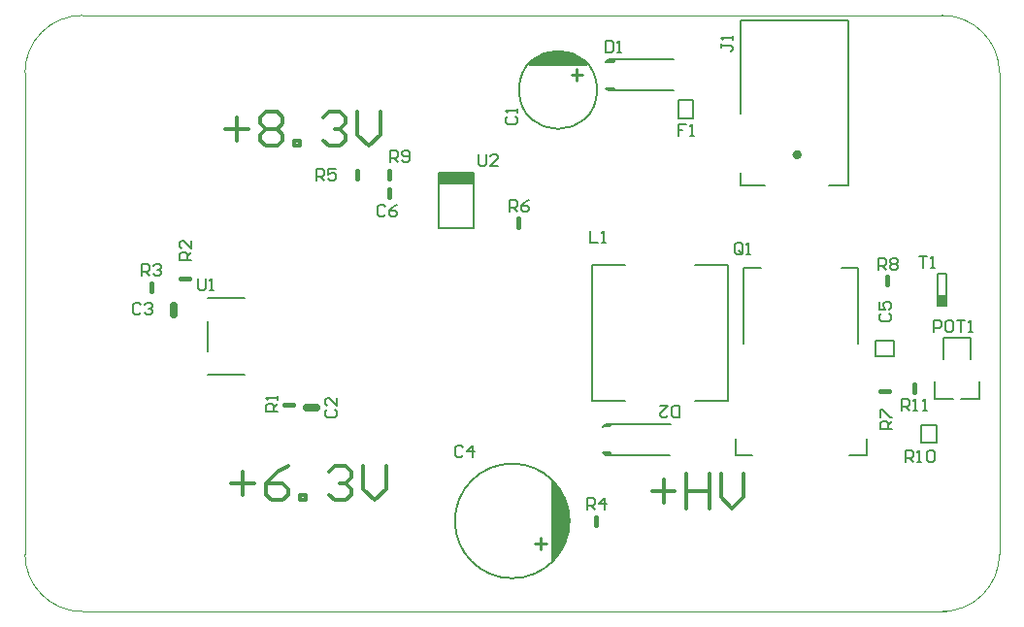
<source format=gto>
G04*
G04 #@! TF.GenerationSoftware,Altium Limited,Altium Designer,23.9.2 (47)*
G04*
G04 Layer_Color=65535*
%FSAX44Y44*%
%MOMM*%
G71*
G04*
G04 #@! TF.SameCoordinates,CA360F41-C6A4-41FF-A6D1-DAC2DD7E16B6*
G04*
G04*
G04 #@! TF.FilePolarity,Positive*
G04*
G01*
G75*
%ADD10C,0.2000*%
%ADD11C,0.4000*%
%ADD12C,0.7000*%
%ADD13C,0.2540*%
%ADD14C,0.3000*%
%ADD15C,0.2032*%
%ADD16R,0.6554X0.1750*%
%ADD17R,0.7750X0.1500*%
%ADD18R,0.7750X0.1000*%
%ADD19R,0.1500X7.1352*%
%ADD20R,0.1500X6.9232*%
%ADD21R,0.1500X6.7674*%
%ADD22R,0.1500X3.2927*%
%ADD23R,0.1500X1.6754*%
%ADD24R,0.1500X2.0696*%
%ADD25R,0.1500X2.4238*%
%ADD26R,0.1500X2.6639*%
%ADD27R,0.1500X3.3042*%
%ADD28R,0.1500X4.0742*%
%ADD29R,0.1500X4.5018*%
%ADD30R,0.1500X4.8430*%
%ADD31R,0.1500X5.1238*%
%ADD32R,0.1500X5.3870*%
%ADD33R,0.1500X4.6198*%
%ADD34R,0.2236X5.7413*%
%ADD35R,0.1500X5.2447*%
%ADD36R,0.1500X6.2235*%
%ADD37R,0.1500X6.5312*%
%ADD38R,5.1000X0.1500*%
%ADD39R,5.0250X0.1500*%
%ADD40R,4.7000X0.1500*%
%ADD41R,4.6548X0.1500*%
%ADD42R,4.1779X0.1500*%
%ADD43R,4.3884X0.1500*%
%ADD44R,4.1801X0.1500*%
%ADD45R,3.9532X0.1500*%
%ADD46R,3.5138X0.1500*%
%ADD47R,3.3251X0.1500*%
%ADD48R,3.1284X0.1500*%
%ADD49R,2.8923X0.1500*%
%ADD50R,2.6639X0.1500*%
%ADD51R,2.4238X0.1500*%
%ADD52R,2.0696X0.1500*%
%ADD53R,1.6754X0.1500*%
%ADD54C,0.1000*%
G36*
X01660500Y02182350D02*
X01691500D01*
Y02172350D01*
X01660500D01*
Y02182350D01*
D02*
G37*
G36*
X02103500Y02067000D02*
X02096500D01*
Y02076000D01*
X02103500D01*
Y02067000D01*
D02*
G37*
D10*
X01775000Y01879000D02*
G03*
X01775000Y01879000I-00050000J00000000D01*
G01*
X01799000Y02255000D02*
G03*
X01799000Y02255000I-00034000J00000000D01*
G01*
X01803750Y01961250D02*
X01806142Y01963631D01*
X01811000Y01963620D01*
X01803750Y01938750D02*
X01806142Y01936369D01*
X01811000Y01936380D01*
X01862500Y01936500D01*
X01811000Y01963620D02*
X01863000D01*
X01459500Y02027250D02*
Y02052750D01*
Y02006750D02*
X01491500D01*
X01459500Y02073250D02*
X01491500D01*
X02027000Y02033750D02*
Y02099809D01*
X02012250D02*
X02027000D01*
X01927000D02*
X01941750D01*
X01927000Y02033750D02*
Y02099809D01*
X02019250Y01936250D02*
X02034000D01*
Y01951000D01*
X01920000Y01936250D02*
X01934750D01*
X01920000D02*
Y01951000D01*
X01794500Y01983500D02*
Y02102500D01*
X01913500Y01983500D02*
Y02102500D01*
X01884500D02*
X01913500D01*
X01884500Y01983500D02*
X01913500D01*
X01794500D02*
X01823500D01*
X01794500Y02102500D02*
X01823500D01*
X01660500Y02182350D02*
X01691500D01*
X01660500Y02134350D02*
X01691500D01*
Y02182350D01*
X01660500Y02134350D02*
Y02182350D01*
X02042250Y02023000D02*
Y02036000D01*
X02058000Y02023000D02*
Y02036000D01*
X02042250Y02023000D02*
X02058000D01*
X02042250Y02036000D02*
X02058000D01*
X02095000Y01947000D02*
Y01962750D01*
X02082000Y01947000D02*
Y01962750D01*
Y01947000D02*
X02095000D01*
X02082000Y01962750D02*
X02095000D01*
X02093500Y01985500D02*
X02109250D01*
X02093500D02*
Y02001000D01*
X02116750Y01985500D02*
X02132500D01*
Y02001000D01*
X02101496Y02038501D02*
X02124503D01*
X02101496Y02020000D02*
Y02038501D01*
X02124503Y02020000D02*
Y02038501D01*
X02103500Y02067000D02*
Y02095000D01*
X02096500Y02067000D02*
Y02095000D01*
X02103500D01*
X02096500Y02067000D02*
X02103500D01*
X01882750Y02230500D02*
Y02246250D01*
X01869750Y02230500D02*
Y02246250D01*
Y02230500D02*
X01882750D01*
X01869750Y02246250D02*
X01882750D01*
X01806750Y02279250D02*
X01809142Y02281631D01*
X01814000Y02281620D01*
X01806750Y02256750D02*
X01809142Y02254369D01*
X01814000Y02254380D01*
X01865500Y02254500D01*
X01814000Y02281620D02*
X01866000D01*
X01924500Y02315500D02*
X02018500D01*
Y02171500D02*
Y02315500D01*
X01924500Y02171500D02*
Y02182500D01*
X02001000Y02171500D02*
X02018500D01*
X01924500Y02234500D02*
Y02315500D01*
Y02171500D02*
X01945250D01*
D11*
X01975500Y02198500D02*
G03*
X01975500Y02198500I-00002000J00000000D01*
G01*
X01436000Y02090000D02*
X01443000D01*
X01410000Y02079000D02*
Y02086000D01*
X01526500Y01980000D02*
X01533500D01*
X01798000Y01875500D02*
Y01882500D01*
X01730500Y02135500D02*
Y02142500D01*
X01617500Y02177500D02*
Y02184500D01*
Y02161500D02*
Y02168500D01*
X01589500Y02177500D02*
Y02184500D01*
X02046500Y01992500D02*
X02053500D01*
X02075500Y01991500D02*
Y01998500D01*
X02052000Y02085500D02*
Y02092500D01*
D12*
X01430000Y02058850D02*
Y02066850D01*
X01546000Y01978000D02*
X01554000D01*
D13*
X01750000Y01854000D02*
Y01864000D01*
X01745000Y01859000D02*
X01755000D01*
X01776500Y02268000D02*
X01786500D01*
X01781500Y02263000D02*
Y02273000D01*
D14*
X01475000Y02220995D02*
X01494993D01*
X01484997Y02230992D02*
Y02210998D01*
X01504990Y02230992D02*
X01509989Y02235990D01*
X01519985D01*
X01524984Y02230992D01*
Y02225993D01*
X01519985Y02220995D01*
X01524984Y02215997D01*
Y02210998D01*
X01519985Y02206000D01*
X01509989D01*
X01504990Y02210998D01*
Y02215997D01*
X01509989Y02220995D01*
X01504990Y02225993D01*
Y02230992D01*
X01509989Y02220995D02*
X01519985D01*
X01534981Y02206000D02*
Y02210998D01*
X01539979D01*
Y02206000D01*
X01534981D01*
X01559973Y02230992D02*
X01564971Y02235990D01*
X01574968D01*
X01579966Y02230992D01*
Y02225993D01*
X01574968Y02220995D01*
X01569969D01*
X01574968D01*
X01579966Y02215997D01*
Y02210998D01*
X01574968Y02206000D01*
X01564971D01*
X01559973Y02210998D01*
X01589963Y02235990D02*
Y02215997D01*
X01599960Y02206000D01*
X01609956Y02215997D01*
Y02235990D01*
X01847000Y01904995D02*
X01866994D01*
X01856997Y01914992D02*
Y01894998D01*
X01876990Y01919990D02*
Y01890000D01*
Y01904995D01*
X01896984D01*
Y01919990D01*
Y01890000D01*
X01906981Y01919990D02*
Y01899997D01*
X01916977Y01890000D01*
X01926974Y01899997D01*
Y01919990D01*
X01480000Y01911995D02*
X01499993D01*
X01489997Y01921992D02*
Y01901998D01*
X01529984Y01926990D02*
X01519987Y01921992D01*
X01509990Y01911995D01*
Y01901998D01*
X01514989Y01897000D01*
X01524985D01*
X01529984Y01901998D01*
Y01906997D01*
X01524985Y01911995D01*
X01509990D01*
X01539981Y01897000D02*
Y01901998D01*
X01544979D01*
Y01897000D01*
X01539981D01*
X01564973Y01921992D02*
X01569971Y01926990D01*
X01579968D01*
X01584966Y01921992D01*
Y01916994D01*
X01579968Y01911995D01*
X01574969D01*
X01579968D01*
X01584966Y01906997D01*
Y01901998D01*
X01579968Y01897000D01*
X01569971D01*
X01564973Y01901998D01*
X01594963Y01926990D02*
Y01906997D01*
X01604960Y01897000D01*
X01614956Y01906997D01*
Y01926990D01*
D15*
X01563614Y01976307D02*
X01561922Y01974614D01*
Y01971229D01*
X01563614Y01969536D01*
X01570386D01*
X01572078Y01971229D01*
Y01974614D01*
X01570386Y01976307D01*
X01572078Y01986464D02*
Y01979693D01*
X01565307Y01986464D01*
X01563614D01*
X01561922Y01984771D01*
Y01981386D01*
X01563614Y01979693D01*
X01695536Y02199078D02*
Y02190614D01*
X01697229Y02188922D01*
X01700614D01*
X01702307Y02190614D01*
Y02199078D01*
X01712464Y02188922D02*
X01705693D01*
X01712464Y02195693D01*
Y02197386D01*
X01710771Y02199078D01*
X01707386D01*
X01705693Y02197386D01*
X01451229Y02090078D02*
Y02081614D01*
X01452922Y02079922D01*
X01456307D01*
X01458000Y02081614D01*
Y02090078D01*
X01461386Y02079922D02*
X01464771D01*
X01463078D01*
Y02090078D01*
X01461386Y02088386D01*
X02080229Y02110078D02*
X02087000D01*
X02083614D01*
Y02099922D01*
X02090386D02*
X02093771D01*
X02092078D01*
Y02110078D01*
X02090386Y02108386D01*
X02064747Y01975172D02*
Y01985328D01*
X02069825D01*
X02071518Y01983636D01*
Y01980250D01*
X02069825Y01978557D01*
X02064747D01*
X02068132D02*
X02071518Y01975172D01*
X02074904D02*
X02078289D01*
X02076596D01*
Y01985328D01*
X02074904Y01983636D01*
X02083368Y01975172D02*
X02086753D01*
X02085060D01*
Y01985328D01*
X02083368Y01983636D01*
X02068054Y01930672D02*
Y01940828D01*
X02073132D01*
X02074825Y01939136D01*
Y01935750D01*
X02073132Y01934057D01*
X02068054D01*
X02071440D02*
X02074825Y01930672D01*
X02078211D02*
X02081596D01*
X02079904D01*
Y01940828D01*
X02078211Y01939136D01*
X02086675D02*
X02088368Y01940828D01*
X02091753D01*
X02093446Y01939136D01*
Y01932364D01*
X02091753Y01930672D01*
X02088368D01*
X02086675Y01932364D01*
Y01939136D01*
X01618536Y02191922D02*
Y02202078D01*
X01623614D01*
X01625307Y02200386D01*
Y02197000D01*
X01623614Y02195307D01*
X01618536D01*
X01621922D02*
X01625307Y02191922D01*
X01628693Y02193614D02*
X01630386Y02191922D01*
X01633771D01*
X01635464Y02193614D01*
Y02200386D01*
X01633771Y02202078D01*
X01630386D01*
X01628693Y02200386D01*
Y02198693D01*
X01630386Y02197000D01*
X01635464D01*
X02044536Y02097922D02*
Y02108078D01*
X02049614D01*
X02051307Y02106386D01*
Y02103000D01*
X02049614Y02101307D01*
X02044536D01*
X02047922D02*
X02051307Y02097922D01*
X02054693Y02106386D02*
X02056386Y02108078D01*
X02059771D01*
X02061464Y02106386D01*
Y02104693D01*
X02059771Y02103000D01*
X02061464Y02101307D01*
Y02099614D01*
X02059771Y02097922D01*
X02056386D01*
X02054693Y02099614D01*
Y02101307D01*
X02056386Y02103000D01*
X02054693Y02104693D01*
Y02106386D01*
X02056386Y02103000D02*
X02059771D01*
X02056078Y01959536D02*
X02045922D01*
Y01964614D01*
X02047614Y01966307D01*
X02051000D01*
X02052693Y01964614D01*
Y01959536D01*
Y01962922D02*
X02056078Y01966307D01*
X02045922Y01969693D02*
Y01976464D01*
X02047614D01*
X02054386Y01969693D01*
X02056078D01*
X01722536Y02148922D02*
Y02159078D01*
X01727614D01*
X01729307Y02157386D01*
Y02154000D01*
X01727614Y02152307D01*
X01722536D01*
X01725922D02*
X01729307Y02148922D01*
X01739464Y02159078D02*
X01736078Y02157386D01*
X01732693Y02154000D01*
Y02150614D01*
X01734386Y02148922D01*
X01737771D01*
X01739464Y02150614D01*
Y02152307D01*
X01737771Y02154000D01*
X01732693D01*
X01554536Y02175922D02*
Y02186078D01*
X01559614D01*
X01561307Y02184386D01*
Y02181000D01*
X01559614Y02179307D01*
X01554536D01*
X01557922D02*
X01561307Y02175922D01*
X01571464Y02186078D02*
X01564693D01*
Y02181000D01*
X01568078Y02182693D01*
X01569771D01*
X01571464Y02181000D01*
Y02177614D01*
X01569771Y02175922D01*
X01566386D01*
X01564693Y02177614D01*
X01790536Y01888922D02*
Y01899078D01*
X01795614D01*
X01797307Y01897386D01*
Y01894000D01*
X01795614Y01892307D01*
X01790536D01*
X01793922D02*
X01797307Y01888922D01*
X01805771D02*
Y01899078D01*
X01800693Y01894000D01*
X01807464D01*
X01401536Y02092922D02*
Y02103078D01*
X01406614D01*
X01408307Y02101386D01*
Y02098000D01*
X01406614Y02096307D01*
X01401536D01*
X01404922D02*
X01408307Y02092922D01*
X01411693Y02101386D02*
X01413386Y02103078D01*
X01416771D01*
X01418464Y02101386D01*
Y02099693D01*
X01416771Y02098000D01*
X01415078D01*
X01416771D01*
X01418464Y02096307D01*
Y02094614D01*
X01416771Y02092922D01*
X01413386D01*
X01411693Y02094614D01*
X01445078Y02106536D02*
X01434922D01*
Y02111614D01*
X01436614Y02113307D01*
X01440000D01*
X01441693Y02111614D01*
Y02106536D01*
Y02109922D02*
X01445078Y02113307D01*
Y02123464D02*
Y02116693D01*
X01438307Y02123464D01*
X01436614D01*
X01434922Y02121771D01*
Y02118386D01*
X01436614Y02116693D01*
X01520078Y01974229D02*
X01509922D01*
Y01979307D01*
X01511614Y01981000D01*
X01515000D01*
X01516693Y01979307D01*
Y01974229D01*
Y01977614D02*
X01520078Y01981000D01*
Y01984386D02*
Y01987771D01*
Y01986078D01*
X01509922D01*
X01511614Y01984386D01*
X01926000Y02113614D02*
Y02120386D01*
X01924307Y02122078D01*
X01920922D01*
X01919229Y02120386D01*
Y02113614D01*
X01920922Y02111922D01*
X01924307D01*
X01922614Y02115307D02*
X01926000Y02111922D01*
X01924307D02*
X01926000Y02113614D01*
X01929386Y02111922D02*
X01932771D01*
X01931078D01*
Y02122078D01*
X01929386Y02120386D01*
X02093072Y02043922D02*
Y02054078D01*
X02098150D01*
X02099843Y02052386D01*
Y02049000D01*
X02098150Y02047307D01*
X02093072D01*
X02108307Y02054078D02*
X02104922D01*
X02103229Y02052386D01*
Y02045614D01*
X02104922Y02043922D01*
X02108307D01*
X02110000Y02045614D01*
Y02052386D01*
X02108307Y02054078D01*
X02113386D02*
X02120157D01*
X02116771D01*
Y02043922D01*
X02123542D02*
X02126928D01*
X02125235D01*
Y02054078D01*
X02123542Y02052386D01*
X01793229Y02132078D02*
Y02121922D01*
X01800000D01*
X01803386D02*
X01806771D01*
X01805078D01*
Y02132078D01*
X01803386Y02130386D01*
X01906922Y02295000D02*
Y02291614D01*
Y02293307D01*
X01915386D01*
X01917078Y02291614D01*
Y02289922D01*
X01915386Y02288229D01*
X01917078Y02298386D02*
Y02301771D01*
Y02300078D01*
X01906922D01*
X01908614Y02298386D01*
X01877000Y02225078D02*
X01870229D01*
Y02220000D01*
X01873614D01*
X01870229D01*
Y02214922D01*
X01880386D02*
X01883771D01*
X01882078D01*
Y02225078D01*
X01880386Y02223386D01*
X01870964Y01969422D02*
Y01979578D01*
X01865885D01*
X01864193Y01977886D01*
Y01971114D01*
X01865885Y01969422D01*
X01870964D01*
X01854036Y01979578D02*
X01860807D01*
X01854036Y01972807D01*
Y01971114D01*
X01855729Y01969422D01*
X01859114D01*
X01860807Y01971114D01*
X01806229Y02298078D02*
Y02287922D01*
X01811307D01*
X01813000Y02289614D01*
Y02296386D01*
X01811307Y02298078D01*
X01806229D01*
X01816386Y02287922D02*
X01819771D01*
X01818078D01*
Y02298078D01*
X01816386Y02296386D01*
X01614307Y02153386D02*
X01612614Y02155078D01*
X01609229D01*
X01607536Y02153386D01*
Y02146615D01*
X01609229Y02144922D01*
X01612614D01*
X01614307Y02146615D01*
X01624464Y02155078D02*
X01621078Y02153386D01*
X01617693Y02150000D01*
Y02146615D01*
X01619386Y02144922D01*
X01622771D01*
X01624464Y02146615D01*
Y02148307D01*
X01622771Y02150000D01*
X01617693D01*
X02046614Y02060307D02*
X02044922Y02058615D01*
Y02055229D01*
X02046614Y02053536D01*
X02053386D01*
X02055078Y02055229D01*
Y02058615D01*
X02053386Y02060307D01*
X02044922Y02070464D02*
Y02063693D01*
X02050000D01*
X02048307Y02067078D01*
Y02068771D01*
X02050000Y02070464D01*
X02053386D01*
X02055078Y02068771D01*
Y02065386D01*
X02053386Y02063693D01*
X01682307Y01943386D02*
X01680614Y01945078D01*
X01677229D01*
X01675536Y01943386D01*
Y01936614D01*
X01677229Y01934922D01*
X01680614D01*
X01682307Y01936614D01*
X01690771Y01934922D02*
Y01945078D01*
X01685693Y01940000D01*
X01692464D01*
X01401307Y02067386D02*
X01399614Y02069078D01*
X01396229D01*
X01394536Y02067386D01*
Y02060614D01*
X01396229Y02058922D01*
X01399614D01*
X01401307Y02060614D01*
X01404693Y02067386D02*
X01406386Y02069078D01*
X01409771D01*
X01411464Y02067386D01*
Y02065693D01*
X01409771Y02064000D01*
X01408078D01*
X01409771D01*
X01411464Y02062307D01*
Y02060614D01*
X01409771Y02058922D01*
X01406386D01*
X01404693Y02060614D01*
X01720614Y02232000D02*
X01718922Y02230307D01*
Y02226922D01*
X01720614Y02225229D01*
X01727386D01*
X01729078Y02226922D01*
Y02230307D01*
X01727386Y02232000D01*
X01729078Y02235386D02*
Y02238771D01*
Y02237078D01*
X01718922D01*
X01720614Y02235386D01*
D16*
X01808223Y01962375D02*
D03*
Y01937625D02*
D03*
X01811223Y02280375D02*
D03*
Y02255625D02*
D03*
D17*
X01807625Y01961500D02*
D03*
Y01938500D02*
D03*
X01810626Y02279500D02*
D03*
Y02256500D02*
D03*
D18*
X01807626Y01960748D02*
D03*
X01807626Y01939248D02*
D03*
X01810626Y02278748D02*
D03*
X01810626Y02257248D02*
D03*
D19*
X01759622Y01879101D02*
D03*
D20*
X01760794Y01879097D02*
D03*
D21*
X01761698Y01878967D02*
D03*
D22*
X01771750Y01878405D02*
D03*
D23*
X01773750Y01880623D02*
D03*
D24*
X01773250Y01879902D02*
D03*
D25*
X01772750Y01879381D02*
D03*
D26*
X01772250Y01878931D02*
D03*
D27*
X01770986Y01879473D02*
D03*
D28*
X01770500Y01878810D02*
D03*
D29*
X01769250Y01878057D02*
D03*
D30*
X01768500Y01878737D02*
D03*
D31*
X01767500Y01878470D02*
D03*
D32*
X01766750Y01878145D02*
D03*
D33*
X01766323Y01882849D02*
D03*
D34*
X01765118Y01878358D02*
D03*
D35*
X01764750Y01881974D02*
D03*
D36*
X01764000Y01878738D02*
D03*
D37*
X01762750Y01879039D02*
D03*
D38*
X01764999Y02276750D02*
D03*
D39*
X01765375Y02278000D02*
D03*
D40*
X01764751Y02278750D02*
D03*
D41*
X01764976Y02279486D02*
D03*
D42*
X01763360Y02280323D02*
D03*
D43*
X01764692Y02280750D02*
D03*
D44*
X01764401Y02281500D02*
D03*
D45*
X01764266Y02282500D02*
D03*
D46*
X01764819Y02283250D02*
D03*
D47*
X01765626Y02284500D02*
D03*
D48*
X01765406Y02284987D02*
D03*
D49*
X01765212Y02285750D02*
D03*
D50*
X01765070Y02286250D02*
D03*
D51*
X01764619Y02286750D02*
D03*
D52*
X01764099Y02287251D02*
D03*
D53*
X01763377Y02287750D02*
D03*
D54*
X02150000Y02270000D02*
G03*
X02100000Y02320000I-00050000J00000000D01*
G01*
X02100000Y01800000D02*
G03*
X02150000Y01850000I00000000J00050000D01*
G01*
X01350000Y02320000D02*
G03*
X01300000Y02270000I00000000J-00050000D01*
G01*
X01300000Y01850000D02*
G03*
X01350000Y01800000I00050000J00000000D01*
G01*
X02150000Y02270000D02*
X02150000Y01850000D01*
X01350000Y02320000D02*
X02103500Y02320000D01*
X01300000Y02270000D02*
X01300000Y01850000D01*
X01350000Y01800000D02*
X02103500Y01800000D01*
M02*

</source>
